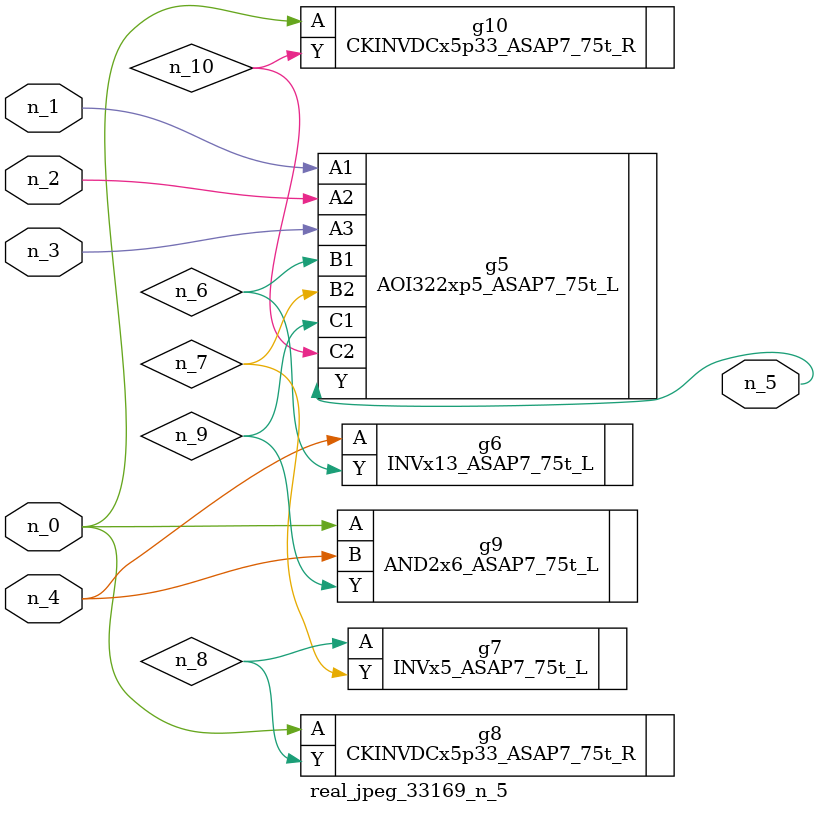
<source format=v>
module real_jpeg_33169_n_5 (n_4, n_0, n_1, n_2, n_3, n_5);

input n_4;
input n_0;
input n_1;
input n_2;
input n_3;

output n_5;

wire n_8;
wire n_6;
wire n_7;
wire n_10;
wire n_9;

CKINVDCx5p33_ASAP7_75t_R g8 ( 
.A(n_0),
.Y(n_8)
);

AND2x6_ASAP7_75t_L g9 ( 
.A(n_0),
.B(n_4),
.Y(n_9)
);

CKINVDCx5p33_ASAP7_75t_R g10 ( 
.A(n_0),
.Y(n_10)
);

AOI322xp5_ASAP7_75t_L g5 ( 
.A1(n_1),
.A2(n_2),
.A3(n_3),
.B1(n_6),
.B2(n_7),
.C1(n_9),
.C2(n_10),
.Y(n_5)
);

INVx13_ASAP7_75t_L g6 ( 
.A(n_4),
.Y(n_6)
);

INVx5_ASAP7_75t_L g7 ( 
.A(n_8),
.Y(n_7)
);


endmodule
</source>
